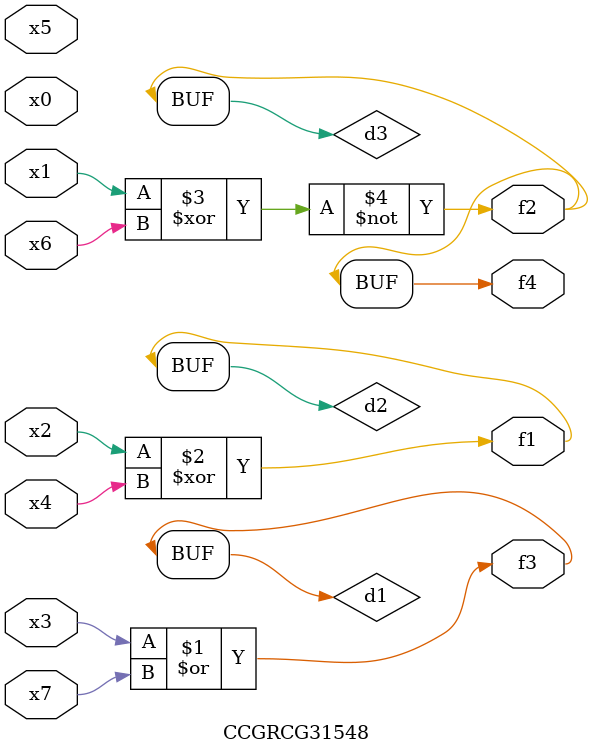
<source format=v>
module CCGRCG31548(
	input x0, x1, x2, x3, x4, x5, x6, x7,
	output f1, f2, f3, f4
);

	wire d1, d2, d3;

	or (d1, x3, x7);
	xor (d2, x2, x4);
	xnor (d3, x1, x6);
	assign f1 = d2;
	assign f2 = d3;
	assign f3 = d1;
	assign f4 = d3;
endmodule

</source>
